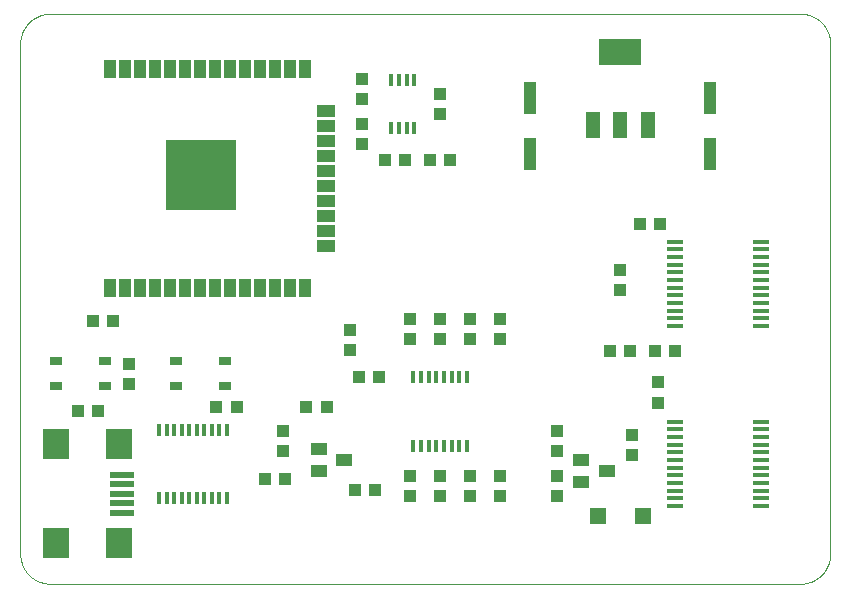
<source format=gtp>
G75*
%MOIN*%
%OFA0B0*%
%FSLAX25Y25*%
%IPPOS*%
%LPD*%
%AMOC8*
5,1,8,0,0,1.08239X$1,22.5*
%
%ADD10C,0.00000*%
%ADD11R,0.03937X0.04331*%
%ADD12R,0.04331X0.03937*%
%ADD13R,0.04134X0.02559*%
%ADD14R,0.08661X0.09843*%
%ADD15R,0.07874X0.01969*%
%ADD16R,0.03937X0.05906*%
%ADD17R,0.05906X0.03937*%
%ADD18R,0.23622X0.23622*%
%ADD19R,0.04800X0.08800*%
%ADD20R,0.14173X0.08661*%
%ADD21R,0.05512X0.03937*%
%ADD22R,0.05512X0.05512*%
%ADD23R,0.03937X0.11024*%
%ADD24R,0.01200X0.03900*%
%ADD25R,0.05500X0.01370*%
%ADD26R,0.01500X0.04303*%
%ADD27R,0.01370X0.03937*%
D10*
X0027919Y0011500D02*
X0277919Y0011500D01*
X0278161Y0011503D01*
X0278402Y0011512D01*
X0278643Y0011526D01*
X0278884Y0011547D01*
X0279124Y0011573D01*
X0279364Y0011605D01*
X0279603Y0011643D01*
X0279840Y0011686D01*
X0280077Y0011736D01*
X0280312Y0011791D01*
X0280546Y0011851D01*
X0280778Y0011918D01*
X0281009Y0011989D01*
X0281238Y0012067D01*
X0281465Y0012150D01*
X0281690Y0012238D01*
X0281913Y0012332D01*
X0282133Y0012431D01*
X0282351Y0012536D01*
X0282566Y0012645D01*
X0282779Y0012760D01*
X0282989Y0012880D01*
X0283195Y0013005D01*
X0283399Y0013135D01*
X0283600Y0013270D01*
X0283797Y0013410D01*
X0283991Y0013554D01*
X0284181Y0013703D01*
X0284367Y0013857D01*
X0284550Y0014015D01*
X0284729Y0014177D01*
X0284904Y0014344D01*
X0285075Y0014515D01*
X0285242Y0014690D01*
X0285404Y0014869D01*
X0285562Y0015052D01*
X0285716Y0015238D01*
X0285865Y0015428D01*
X0286009Y0015622D01*
X0286149Y0015819D01*
X0286284Y0016020D01*
X0286414Y0016224D01*
X0286539Y0016430D01*
X0286659Y0016640D01*
X0286774Y0016853D01*
X0286883Y0017068D01*
X0286988Y0017286D01*
X0287087Y0017506D01*
X0287181Y0017729D01*
X0287269Y0017954D01*
X0287352Y0018181D01*
X0287430Y0018410D01*
X0287501Y0018641D01*
X0287568Y0018873D01*
X0287628Y0019107D01*
X0287683Y0019342D01*
X0287733Y0019579D01*
X0287776Y0019816D01*
X0287814Y0020055D01*
X0287846Y0020295D01*
X0287872Y0020535D01*
X0287893Y0020776D01*
X0287907Y0021017D01*
X0287916Y0021258D01*
X0287919Y0021500D01*
X0287919Y0191500D01*
X0287916Y0191742D01*
X0287907Y0191983D01*
X0287893Y0192224D01*
X0287872Y0192465D01*
X0287846Y0192705D01*
X0287814Y0192945D01*
X0287776Y0193184D01*
X0287733Y0193421D01*
X0287683Y0193658D01*
X0287628Y0193893D01*
X0287568Y0194127D01*
X0287501Y0194359D01*
X0287430Y0194590D01*
X0287352Y0194819D01*
X0287269Y0195046D01*
X0287181Y0195271D01*
X0287087Y0195494D01*
X0286988Y0195714D01*
X0286883Y0195932D01*
X0286774Y0196147D01*
X0286659Y0196360D01*
X0286539Y0196570D01*
X0286414Y0196776D01*
X0286284Y0196980D01*
X0286149Y0197181D01*
X0286009Y0197378D01*
X0285865Y0197572D01*
X0285716Y0197762D01*
X0285562Y0197948D01*
X0285404Y0198131D01*
X0285242Y0198310D01*
X0285075Y0198485D01*
X0284904Y0198656D01*
X0284729Y0198823D01*
X0284550Y0198985D01*
X0284367Y0199143D01*
X0284181Y0199297D01*
X0283991Y0199446D01*
X0283797Y0199590D01*
X0283600Y0199730D01*
X0283399Y0199865D01*
X0283195Y0199995D01*
X0282989Y0200120D01*
X0282779Y0200240D01*
X0282566Y0200355D01*
X0282351Y0200464D01*
X0282133Y0200569D01*
X0281913Y0200668D01*
X0281690Y0200762D01*
X0281465Y0200850D01*
X0281238Y0200933D01*
X0281009Y0201011D01*
X0280778Y0201082D01*
X0280546Y0201149D01*
X0280312Y0201209D01*
X0280077Y0201264D01*
X0279840Y0201314D01*
X0279603Y0201357D01*
X0279364Y0201395D01*
X0279124Y0201427D01*
X0278884Y0201453D01*
X0278643Y0201474D01*
X0278402Y0201488D01*
X0278161Y0201497D01*
X0277919Y0201500D01*
X0027919Y0201500D01*
X0027677Y0201497D01*
X0027436Y0201488D01*
X0027195Y0201474D01*
X0026954Y0201453D01*
X0026714Y0201427D01*
X0026474Y0201395D01*
X0026235Y0201357D01*
X0025998Y0201314D01*
X0025761Y0201264D01*
X0025526Y0201209D01*
X0025292Y0201149D01*
X0025060Y0201082D01*
X0024829Y0201011D01*
X0024600Y0200933D01*
X0024373Y0200850D01*
X0024148Y0200762D01*
X0023925Y0200668D01*
X0023705Y0200569D01*
X0023487Y0200464D01*
X0023272Y0200355D01*
X0023059Y0200240D01*
X0022849Y0200120D01*
X0022643Y0199995D01*
X0022439Y0199865D01*
X0022238Y0199730D01*
X0022041Y0199590D01*
X0021847Y0199446D01*
X0021657Y0199297D01*
X0021471Y0199143D01*
X0021288Y0198985D01*
X0021109Y0198823D01*
X0020934Y0198656D01*
X0020763Y0198485D01*
X0020596Y0198310D01*
X0020434Y0198131D01*
X0020276Y0197948D01*
X0020122Y0197762D01*
X0019973Y0197572D01*
X0019829Y0197378D01*
X0019689Y0197181D01*
X0019554Y0196980D01*
X0019424Y0196776D01*
X0019299Y0196570D01*
X0019179Y0196360D01*
X0019064Y0196147D01*
X0018955Y0195932D01*
X0018850Y0195714D01*
X0018751Y0195494D01*
X0018657Y0195271D01*
X0018569Y0195046D01*
X0018486Y0194819D01*
X0018408Y0194590D01*
X0018337Y0194359D01*
X0018270Y0194127D01*
X0018210Y0193893D01*
X0018155Y0193658D01*
X0018105Y0193421D01*
X0018062Y0193184D01*
X0018024Y0192945D01*
X0017992Y0192705D01*
X0017966Y0192465D01*
X0017945Y0192224D01*
X0017931Y0191983D01*
X0017922Y0191742D01*
X0017919Y0191500D01*
X0017919Y0021500D01*
X0017922Y0021258D01*
X0017931Y0021017D01*
X0017945Y0020776D01*
X0017966Y0020535D01*
X0017992Y0020295D01*
X0018024Y0020055D01*
X0018062Y0019816D01*
X0018105Y0019579D01*
X0018155Y0019342D01*
X0018210Y0019107D01*
X0018270Y0018873D01*
X0018337Y0018641D01*
X0018408Y0018410D01*
X0018486Y0018181D01*
X0018569Y0017954D01*
X0018657Y0017729D01*
X0018751Y0017506D01*
X0018850Y0017286D01*
X0018955Y0017068D01*
X0019064Y0016853D01*
X0019179Y0016640D01*
X0019299Y0016430D01*
X0019424Y0016224D01*
X0019554Y0016020D01*
X0019689Y0015819D01*
X0019829Y0015622D01*
X0019973Y0015428D01*
X0020122Y0015238D01*
X0020276Y0015052D01*
X0020434Y0014869D01*
X0020596Y0014690D01*
X0020763Y0014515D01*
X0020934Y0014344D01*
X0021109Y0014177D01*
X0021288Y0014015D01*
X0021471Y0013857D01*
X0021657Y0013703D01*
X0021847Y0013554D01*
X0022041Y0013410D01*
X0022238Y0013270D01*
X0022439Y0013135D01*
X0022643Y0013005D01*
X0022849Y0012880D01*
X0023059Y0012760D01*
X0023272Y0012645D01*
X0023487Y0012536D01*
X0023705Y0012431D01*
X0023925Y0012332D01*
X0024148Y0012238D01*
X0024373Y0012150D01*
X0024600Y0012067D01*
X0024829Y0011989D01*
X0025060Y0011918D01*
X0025292Y0011851D01*
X0025526Y0011791D01*
X0025761Y0011736D01*
X0025998Y0011686D01*
X0026235Y0011643D01*
X0026474Y0011605D01*
X0026714Y0011573D01*
X0026954Y0011547D01*
X0027195Y0011526D01*
X0027436Y0011512D01*
X0027677Y0011503D01*
X0027919Y0011500D01*
D11*
X0105419Y0055654D03*
X0105419Y0062346D03*
X0127919Y0089404D03*
X0127919Y0096096D03*
X0147919Y0093154D03*
X0147919Y0099846D03*
X0157919Y0099846D03*
X0157919Y0093154D03*
X0167919Y0093154D03*
X0167919Y0099846D03*
X0177919Y0099846D03*
X0177919Y0093154D03*
X0217919Y0109404D03*
X0217919Y0116096D03*
X0230419Y0078596D03*
X0230419Y0071904D03*
X0221669Y0061096D03*
X0221669Y0054404D03*
X0196669Y0055654D03*
X0196669Y0062346D03*
X0196669Y0047346D03*
X0196669Y0040654D03*
X0177919Y0040654D03*
X0177919Y0047346D03*
X0167919Y0047346D03*
X0167919Y0040654D03*
X0157919Y0040654D03*
X0157919Y0047346D03*
X0147919Y0047346D03*
X0147919Y0040654D03*
X0054169Y0078154D03*
X0054169Y0084846D03*
X0131669Y0158154D03*
X0131669Y0164846D03*
X0131669Y0173154D03*
X0131669Y0179846D03*
X0157919Y0174846D03*
X0157919Y0168154D03*
D12*
X0161265Y0152750D03*
X0154572Y0152750D03*
X0146265Y0152750D03*
X0139572Y0152750D03*
X0224572Y0131500D03*
X0231265Y0131500D03*
X0229572Y0089000D03*
X0236265Y0089000D03*
X0221265Y0089000D03*
X0214572Y0089000D03*
X0137515Y0080250D03*
X0130822Y0080250D03*
X0120015Y0070250D03*
X0113322Y0070250D03*
X0090015Y0070250D03*
X0083322Y0070250D03*
X0099572Y0046500D03*
X0106265Y0046500D03*
X0129572Y0042750D03*
X0136265Y0042750D03*
X0048765Y0099000D03*
X0042072Y0099000D03*
X0043765Y0069000D03*
X0037072Y0069000D03*
D13*
X0029749Y0077268D03*
X0029749Y0085732D03*
X0046088Y0085732D03*
X0046088Y0077268D03*
X0069749Y0077268D03*
X0069749Y0085732D03*
X0086088Y0085732D03*
X0086088Y0077268D03*
D14*
X0050793Y0058035D03*
X0029926Y0058035D03*
X0029926Y0024965D03*
X0050793Y0024965D03*
D15*
X0051777Y0035201D03*
X0051777Y0038350D03*
X0051777Y0041500D03*
X0051777Y0044650D03*
X0051777Y0047799D03*
D16*
X0052860Y0110083D03*
X0057860Y0110083D03*
X0062860Y0110083D03*
X0067860Y0110083D03*
X0072860Y0110083D03*
X0077860Y0110083D03*
X0082860Y0110083D03*
X0087860Y0110083D03*
X0092860Y0110083D03*
X0097860Y0110083D03*
X0102860Y0110083D03*
X0107860Y0110083D03*
X0112860Y0110083D03*
X0047860Y0110083D03*
X0047860Y0182917D03*
X0052860Y0182917D03*
X0057860Y0182917D03*
X0062860Y0182917D03*
X0067860Y0182917D03*
X0072860Y0182917D03*
X0077860Y0182917D03*
X0082860Y0182917D03*
X0087860Y0182917D03*
X0092860Y0182917D03*
X0097860Y0182917D03*
X0102860Y0182917D03*
X0107860Y0182917D03*
X0112860Y0182917D03*
D17*
X0119710Y0169059D03*
X0119710Y0164059D03*
X0119710Y0159059D03*
X0119710Y0154059D03*
X0119710Y0149059D03*
X0119710Y0144059D03*
X0119710Y0139059D03*
X0119710Y0134059D03*
X0119710Y0129059D03*
X0119710Y0124059D03*
D18*
X0078175Y0147681D03*
D19*
X0208819Y0164300D03*
X0217919Y0164300D03*
X0227019Y0164300D03*
D20*
X0217919Y0188701D03*
D21*
X0117338Y0056490D03*
X0117338Y0049010D03*
X0125999Y0052750D03*
X0204838Y0052740D03*
X0204838Y0045260D03*
X0213499Y0049000D03*
D22*
X0210438Y0034000D03*
X0225399Y0034000D03*
D23*
X0247919Y0154748D03*
X0247919Y0173252D03*
X0187919Y0173252D03*
X0187919Y0154748D03*
D24*
X0166875Y0080487D03*
X0164316Y0080487D03*
X0161757Y0080487D03*
X0159198Y0080487D03*
X0156639Y0080487D03*
X0154080Y0080487D03*
X0151521Y0080487D03*
X0148962Y0080487D03*
X0148962Y0057513D03*
X0151521Y0057513D03*
X0154080Y0057513D03*
X0156639Y0057513D03*
X0159198Y0057513D03*
X0161757Y0057513D03*
X0164316Y0057513D03*
X0166875Y0057513D03*
D25*
X0236025Y0057898D03*
X0236025Y0060457D03*
X0236025Y0063016D03*
X0236025Y0065575D03*
X0236025Y0055339D03*
X0236025Y0052780D03*
X0236025Y0050220D03*
X0236025Y0047661D03*
X0236025Y0045102D03*
X0236025Y0042543D03*
X0236025Y0039984D03*
X0236025Y0037425D03*
X0264812Y0037425D03*
X0264812Y0039984D03*
X0264812Y0042543D03*
X0264812Y0045102D03*
X0264812Y0047661D03*
X0264812Y0050220D03*
X0264812Y0052780D03*
X0264812Y0055339D03*
X0264812Y0057898D03*
X0264812Y0060457D03*
X0264812Y0063016D03*
X0264812Y0065575D03*
X0264812Y0097425D03*
X0264812Y0099984D03*
X0264812Y0102543D03*
X0264812Y0105102D03*
X0264812Y0107661D03*
X0264812Y0110220D03*
X0264812Y0112780D03*
X0264812Y0115339D03*
X0264812Y0117898D03*
X0264812Y0120457D03*
X0264812Y0123016D03*
X0264812Y0125575D03*
X0236025Y0125575D03*
X0236025Y0123016D03*
X0236025Y0120457D03*
X0236025Y0117898D03*
X0236025Y0115339D03*
X0236025Y0112780D03*
X0236025Y0110220D03*
X0236025Y0107661D03*
X0236025Y0105102D03*
X0236025Y0102543D03*
X0236025Y0099984D03*
X0236025Y0097425D03*
D26*
X0086669Y0062837D03*
X0084169Y0062837D03*
X0081669Y0062837D03*
X0079169Y0062837D03*
X0076669Y0062837D03*
X0074169Y0062837D03*
X0071669Y0062837D03*
X0069169Y0062837D03*
X0066669Y0062837D03*
X0064169Y0062837D03*
X0064169Y0040163D03*
X0066669Y0040163D03*
X0069169Y0040163D03*
X0071669Y0040163D03*
X0074169Y0040163D03*
X0076669Y0040163D03*
X0079169Y0040163D03*
X0081669Y0040163D03*
X0084169Y0040163D03*
X0086669Y0040163D03*
D27*
X0141580Y0163429D03*
X0144139Y0163429D03*
X0146698Y0163429D03*
X0149257Y0163429D03*
X0149257Y0179571D03*
X0146698Y0179571D03*
X0144139Y0179571D03*
X0141580Y0179571D03*
M02*

</source>
